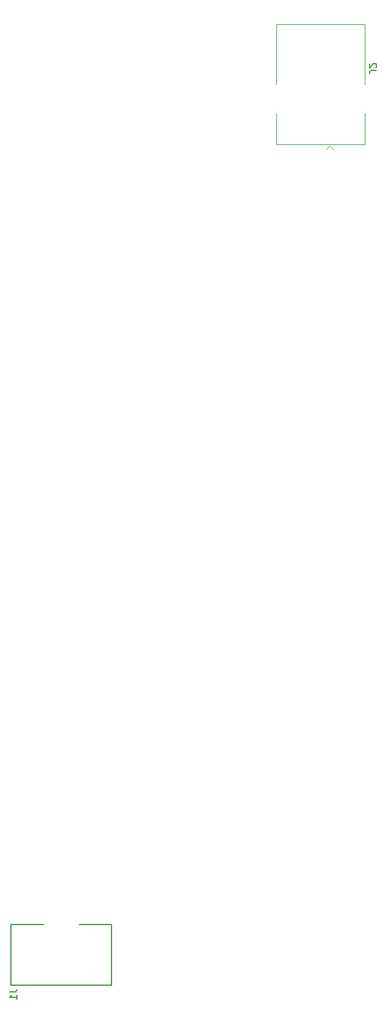
<source format=gbr>
G04 #@! TF.GenerationSoftware,KiCad,Pcbnew,6.0.2+dfsg-1*
G04 #@! TF.CreationDate,2022-12-26T21:57:54-05:00*
G04 #@! TF.ProjectId,RUSP_TestBoard,52555350-5f54-4657-9374-426f6172642e,rev?*
G04 #@! TF.SameCoordinates,Original*
G04 #@! TF.FileFunction,Legend,Bot*
G04 #@! TF.FilePolarity,Positive*
%FSLAX46Y46*%
G04 Gerber Fmt 4.6, Leading zero omitted, Abs format (unit mm)*
G04 Created by KiCad (PCBNEW 6.0.2+dfsg-1) date 2022-12-26 21:57:54*
%MOMM*%
%LPD*%
G01*
G04 APERTURE LIST*
%ADD10C,0.150000*%
%ADD11C,0.120000*%
G04 APERTURE END LIST*
D10*
X103802380Y-163416666D02*
X104516666Y-163416666D01*
X104659523Y-163369047D01*
X104754761Y-163273809D01*
X104802380Y-163130952D01*
X104802380Y-163035714D01*
X104802380Y-164416666D02*
X104802380Y-163845238D01*
X104802380Y-164130952D02*
X103802380Y-164130952D01*
X103945238Y-164035714D01*
X104040476Y-163940476D01*
X104088095Y-163845238D01*
X155047619Y-34833333D02*
X154333333Y-34833333D01*
X154190476Y-34880952D01*
X154095238Y-34976190D01*
X154047619Y-35119047D01*
X154047619Y-35214285D01*
X154952380Y-34404761D02*
X155000000Y-34357142D01*
X155047619Y-34261904D01*
X155047619Y-34023809D01*
X155000000Y-33928571D01*
X154952380Y-33880952D01*
X154857142Y-33833333D01*
X154761904Y-33833333D01*
X154619047Y-33880952D01*
X154047619Y-34452380D01*
X154047619Y-33833333D01*
X118000000Y-154000000D02*
X118000000Y-162500000D01*
X104000000Y-154000000D02*
X104000000Y-159500000D01*
X104000000Y-154000000D02*
X108500000Y-154000000D01*
X118000000Y-154000000D02*
X113500000Y-154000000D01*
X104000000Y-162500000D02*
X118000000Y-162500000D01*
X104000000Y-159500000D02*
X104000000Y-162500000D01*
D11*
X148480000Y-45330000D02*
X148980000Y-45830000D01*
X153390000Y-40850000D02*
X153390000Y-45110000D01*
X147980000Y-45830000D02*
X148480000Y-45330000D01*
X141070000Y-28390000D02*
X141070000Y-36750000D01*
X153390000Y-28390000D02*
X141070000Y-28390000D01*
X153390000Y-45110000D02*
X141070000Y-45110000D01*
X141070000Y-45110000D02*
X141070000Y-40850000D01*
X153390000Y-36750000D02*
X153390000Y-28390000D01*
M02*

</source>
